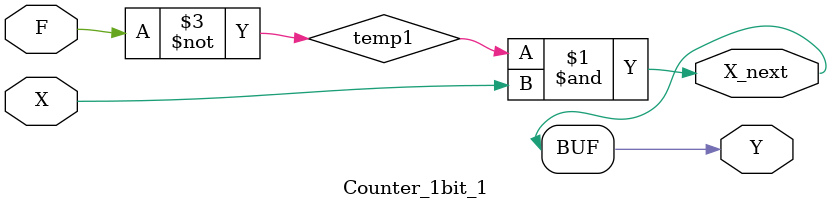
<source format=v>

module Counter_1bit_1(F, X, X_next, Y);
	input F;//bit ngo vao
	input X;//bit trang thai ke tiep
	output Y;//neu truoc do ngo ra la 1 va ngo vao la 0 thi Y=1
	output X_next;//trang thai ke tiep cua X
	
	//and u1(X, 1'b1, 1'b1);
	not u2(temp1, F);
	and u3(Y, temp1, X);
	and u4(X_next, Y, 1'b1);
	
endmodule

	
</source>
